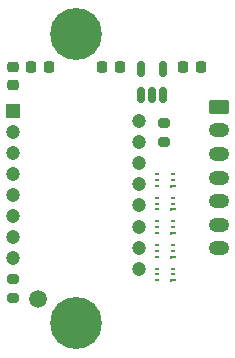
<source format=gts>
G04 #@! TF.GenerationSoftware,KiCad,Pcbnew,(6.0.5)*
G04 #@! TF.CreationDate,2022-07-09T20:48:00-07:00*
G04 #@! TF.ProjectId,track_ball,74726163-6b5f-4626-916c-6c2e6b696361,1*
G04 #@! TF.SameCoordinates,Original*
G04 #@! TF.FileFunction,Soldermask,Top*
G04 #@! TF.FilePolarity,Negative*
%FSLAX46Y46*%
G04 Gerber Fmt 4.6, Leading zero omitted, Abs format (unit mm)*
G04 Created by KiCad (PCBNEW (6.0.5)) date 2022-07-09 20:48:00*
%MOMM*%
%LPD*%
G01*
G04 APERTURE LIST*
G04 Aperture macros list*
%AMRoundRect*
0 Rectangle with rounded corners*
0 $1 Rounding radius*
0 $2 $3 $4 $5 $6 $7 $8 $9 X,Y pos of 4 corners*
0 Add a 4 corners polygon primitive as box body*
4,1,4,$2,$3,$4,$5,$6,$7,$8,$9,$2,$3,0*
0 Add four circle primitives for the rounded corners*
1,1,$1+$1,$2,$3*
1,1,$1+$1,$4,$5*
1,1,$1+$1,$6,$7*
1,1,$1+$1,$8,$9*
0 Add four rect primitives between the rounded corners*
20,1,$1+$1,$2,$3,$4,$5,0*
20,1,$1+$1,$4,$5,$6,$7,0*
20,1,$1+$1,$6,$7,$8,$9,0*
20,1,$1+$1,$8,$9,$2,$3,0*%
%AMFreePoly0*
4,1,7,0.100000,-0.225000,-0.100000,-0.225000,-0.100000,0.075000,-0.200000,0.075000,-0.200000,0.225000,0.100000,0.225000,0.100000,-0.225000,0.100000,-0.225000,$1*%
G04 Aperture macros list end*
%ADD10RoundRect,0.150000X0.150000X-0.512500X0.150000X0.512500X-0.150000X0.512500X-0.150000X-0.512500X0*%
%ADD11FreePoly0,90.000000*%
%ADD12R,0.450000X0.200000*%
%ADD13RoundRect,0.225000X-0.250000X0.225000X-0.250000X-0.225000X0.250000X-0.225000X0.250000X0.225000X0*%
%ADD14R,1.200000X1.200000*%
%ADD15C,1.200000*%
%ADD16C,1.500000*%
%ADD17RoundRect,0.250000X-0.625000X0.350000X-0.625000X-0.350000X0.625000X-0.350000X0.625000X0.350000X0*%
%ADD18O,1.750000X1.200000*%
%ADD19RoundRect,0.225000X-0.225000X-0.250000X0.225000X-0.250000X0.225000X0.250000X-0.225000X0.250000X0*%
%ADD20RoundRect,0.200000X0.275000X-0.200000X0.275000X0.200000X-0.275000X0.200000X-0.275000X-0.200000X0*%
%ADD21RoundRect,0.200000X-0.275000X0.200000X-0.275000X-0.200000X0.275000X-0.200000X0.275000X0.200000X0*%
%ADD22C,0.700000*%
%ADD23C,4.400000*%
%ADD24RoundRect,0.225000X0.225000X0.250000X-0.225000X0.250000X-0.225000X-0.250000X0.225000X-0.250000X0*%
G04 APERTURE END LIST*
D10*
X172950000Y-79837500D03*
X173900000Y-79837500D03*
X174850000Y-79837500D03*
X174850000Y-77562500D03*
X172950000Y-77562500D03*
D11*
X175675000Y-89500000D03*
D12*
X175675000Y-89000000D03*
X175675000Y-88500000D03*
X174325000Y-88500000D03*
X174325000Y-89000000D03*
X174325000Y-89500000D03*
D13*
X162100000Y-77425000D03*
X162100000Y-78975000D03*
D11*
X175675000Y-95500000D03*
D12*
X175675000Y-95000000D03*
X175675000Y-94500000D03*
X174325000Y-94500000D03*
X174325000Y-95000000D03*
X174325000Y-95500000D03*
D11*
X175675000Y-93500000D03*
D12*
X175675000Y-93000000D03*
X175675000Y-92500000D03*
X174325000Y-92500000D03*
X174325000Y-93000000D03*
X174325000Y-93500000D03*
D14*
X162100000Y-81150000D03*
D15*
X162100000Y-82930000D03*
X162100000Y-84710000D03*
X162100000Y-86490000D03*
X162100000Y-88270000D03*
X162100000Y-90050000D03*
X162100000Y-91830000D03*
X162100000Y-93610000D03*
X172800000Y-94500000D03*
X172800000Y-92720000D03*
X172800000Y-90940000D03*
X172800000Y-89160000D03*
X172800000Y-87380000D03*
X172800000Y-85600000D03*
X172800000Y-83820000D03*
X172800000Y-82040000D03*
D16*
X164200000Y-97100000D03*
D11*
X175675000Y-91500000D03*
D12*
X175675000Y-91000000D03*
X175675000Y-90500000D03*
X174325000Y-90500000D03*
X174325000Y-91000000D03*
X174325000Y-91500000D03*
D17*
X179600000Y-80800000D03*
D18*
X179600000Y-82800000D03*
X179600000Y-84800000D03*
X179600000Y-86800000D03*
X179600000Y-88800000D03*
X179600000Y-90800000D03*
X179600000Y-92800000D03*
D19*
X163625000Y-77400000D03*
X165175000Y-77400000D03*
D20*
X174900000Y-83825000D03*
X174900000Y-82175000D03*
D11*
X175675000Y-87500000D03*
D12*
X175675000Y-87000000D03*
X175675000Y-86500000D03*
X174325000Y-86500000D03*
X174325000Y-87000000D03*
X174325000Y-87500000D03*
D21*
X162100000Y-95375000D03*
X162100000Y-97025000D03*
D22*
X167450000Y-73000000D03*
X166283274Y-75816726D03*
X165800000Y-74650000D03*
D23*
X167450000Y-74650000D03*
D22*
X168616726Y-75816726D03*
X169100000Y-74650000D03*
X166283274Y-73483274D03*
X167450000Y-76300000D03*
X168616726Y-73483274D03*
D24*
X171175000Y-77400000D03*
X169625000Y-77400000D03*
D23*
X167450000Y-99150000D03*
D22*
X166283274Y-97983274D03*
X166283274Y-100316726D03*
X168616726Y-100316726D03*
X167450000Y-97500000D03*
X169100000Y-99150000D03*
X168616726Y-97983274D03*
X167450000Y-100800000D03*
X165800000Y-99150000D03*
D19*
X176525000Y-77400000D03*
X178075000Y-77400000D03*
M02*

</source>
